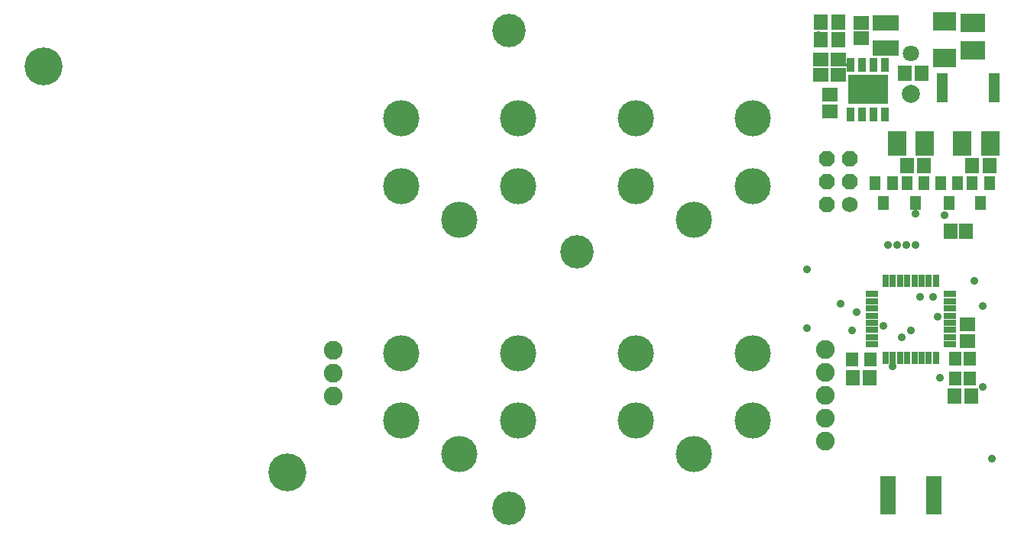
<source format=gbs>
G75*
G70*
%OFA0B0*%
%FSLAX24Y24*%
%IPPOS*%
%LPD*%
%AMOC8*
5,1,8,0,0,1.08239X$1,22.5*
%
%ADD10C,0.1458*%
%ADD11C,0.1582*%
%ADD12R,0.0592X0.0671*%
%ADD13R,0.0356X0.0592*%
%ADD14R,0.1750X0.1250*%
%ADD15R,0.0671X0.0592*%
%ADD16R,0.0474X0.1261*%
%ADD17R,0.1025X0.0789*%
%ADD18R,0.1064X0.0848*%
%ADD19R,0.1143X0.0710*%
%ADD20C,0.0820*%
%ADD21R,0.0580X0.0300*%
%ADD22R,0.0300X0.0580*%
%ADD23C,0.0680*%
%ADD24OC8,0.0680*%
%ADD25R,0.0552X0.0631*%
%ADD26C,0.0710*%
%ADD27C,0.0789*%
%ADD28R,0.0474X0.0631*%
%ADD29R,0.0848X0.1064*%
%ADD30R,0.0680X0.1680*%
%ADD31R,0.0552X0.0592*%
%ADD32C,0.0358*%
%ADD33C,0.1655*%
D10*
X022777Y001144D03*
X025730Y012365D03*
X022777Y022010D03*
D11*
X023171Y018172D03*
X018053Y018172D03*
X018053Y015219D03*
X020612Y013743D03*
X023171Y015219D03*
X028289Y015219D03*
X030848Y013743D03*
X033407Y015219D03*
X033407Y018172D03*
X028289Y018172D03*
X028289Y007936D03*
X033407Y007936D03*
X033407Y004983D03*
X030848Y003506D03*
X028289Y004983D03*
X023171Y004983D03*
X020612Y003506D03*
X018053Y004983D03*
X018053Y007936D03*
X023171Y007936D03*
D12*
X037757Y006853D03*
X038506Y006853D03*
X042187Y006066D03*
X042935Y006066D03*
X042698Y013251D03*
X042029Y013251D03*
X042974Y016105D03*
X043722Y016105D03*
X040868Y016105D03*
X040120Y016105D03*
X040021Y020140D03*
X040769Y020140D03*
X037128Y021617D03*
X036380Y021617D03*
X036380Y022404D03*
X037128Y022404D03*
D13*
X037677Y020534D03*
X038177Y020534D03*
X038677Y020534D03*
X039177Y020534D03*
X039177Y018369D03*
X038677Y018369D03*
X038177Y018369D03*
X037677Y018369D03*
D14*
X038427Y019451D03*
D15*
X037147Y020101D03*
X037147Y020770D03*
X036360Y020770D03*
X036360Y020101D03*
X036754Y019235D03*
X036754Y018487D03*
X038131Y021676D03*
X038131Y022345D03*
X042757Y009195D03*
X042757Y008447D03*
D16*
X041659Y019522D03*
X043943Y019522D03*
D17*
X041773Y020819D03*
X041773Y022414D03*
D18*
X043007Y022351D03*
X043007Y021150D03*
D19*
X039214Y021262D03*
X039214Y022365D03*
D20*
X036557Y008097D03*
X036557Y007097D03*
X036557Y006097D03*
X036557Y005097D03*
X036557Y004097D03*
X015100Y006066D03*
X015100Y007066D03*
X015100Y008066D03*
D21*
X038607Y008310D03*
X038607Y008625D03*
X038607Y008940D03*
X038607Y009254D03*
X038607Y009569D03*
X038607Y009884D03*
X038607Y010199D03*
X038607Y010514D03*
X041987Y010514D03*
X041987Y010199D03*
X041987Y009884D03*
X041987Y009569D03*
X041987Y009254D03*
X041987Y008940D03*
X041987Y008625D03*
X041987Y008310D03*
D22*
X041399Y007722D03*
X041084Y007722D03*
X040769Y007722D03*
X040454Y007722D03*
X040139Y007722D03*
X039824Y007722D03*
X039509Y007722D03*
X039194Y007722D03*
X039194Y011102D03*
X039509Y011102D03*
X039824Y011102D03*
X040139Y011102D03*
X040454Y011102D03*
X040769Y011102D03*
X041084Y011102D03*
X041399Y011102D03*
D23*
X037647Y014416D03*
D24*
X036647Y014416D03*
X036647Y015416D03*
X037647Y015416D03*
X037647Y016416D03*
X036647Y016416D03*
D25*
X042246Y007680D03*
X042876Y007680D03*
X042876Y006814D03*
X042246Y006814D03*
D26*
X040297Y021026D03*
D27*
X040297Y019254D03*
D28*
X040120Y015357D03*
X039490Y015357D03*
X038742Y015357D03*
X039116Y014491D03*
X040494Y014491D03*
X040868Y015357D03*
X041596Y015357D03*
X042344Y015357D03*
X042974Y015357D03*
X043722Y015357D03*
X043348Y014491D03*
X041970Y014491D03*
D29*
X042551Y017089D03*
X043752Y017089D03*
X040897Y017089D03*
X039696Y017089D03*
D30*
X039313Y001735D03*
X041313Y001735D03*
D31*
X038531Y007640D03*
X037731Y007640D03*
D32*
X039509Y007345D03*
X041576Y006853D03*
X043446Y006459D03*
X039903Y008625D03*
X040297Y008920D03*
X039116Y009117D03*
X037935Y009707D03*
X037246Y010101D03*
X037738Y008920D03*
X035769Y009018D03*
X040691Y010396D03*
X041281Y010396D03*
X043053Y011085D03*
X043446Y010003D03*
X041478Y009510D03*
X035769Y011577D03*
X039313Y012660D03*
X039706Y012660D03*
X040100Y012660D03*
X040494Y012660D03*
X042069Y013152D03*
X042659Y013152D03*
X041773Y013940D03*
X040494Y014038D03*
X043742Y015317D03*
X040887Y016991D03*
X039805Y016991D03*
X037639Y020534D03*
X039214Y021223D03*
X036261Y021814D03*
X043250Y021321D03*
X043840Y003310D03*
X041281Y001735D03*
X039313Y001735D03*
D33*
X013089Y002721D03*
X002460Y020439D03*
M02*

</source>
